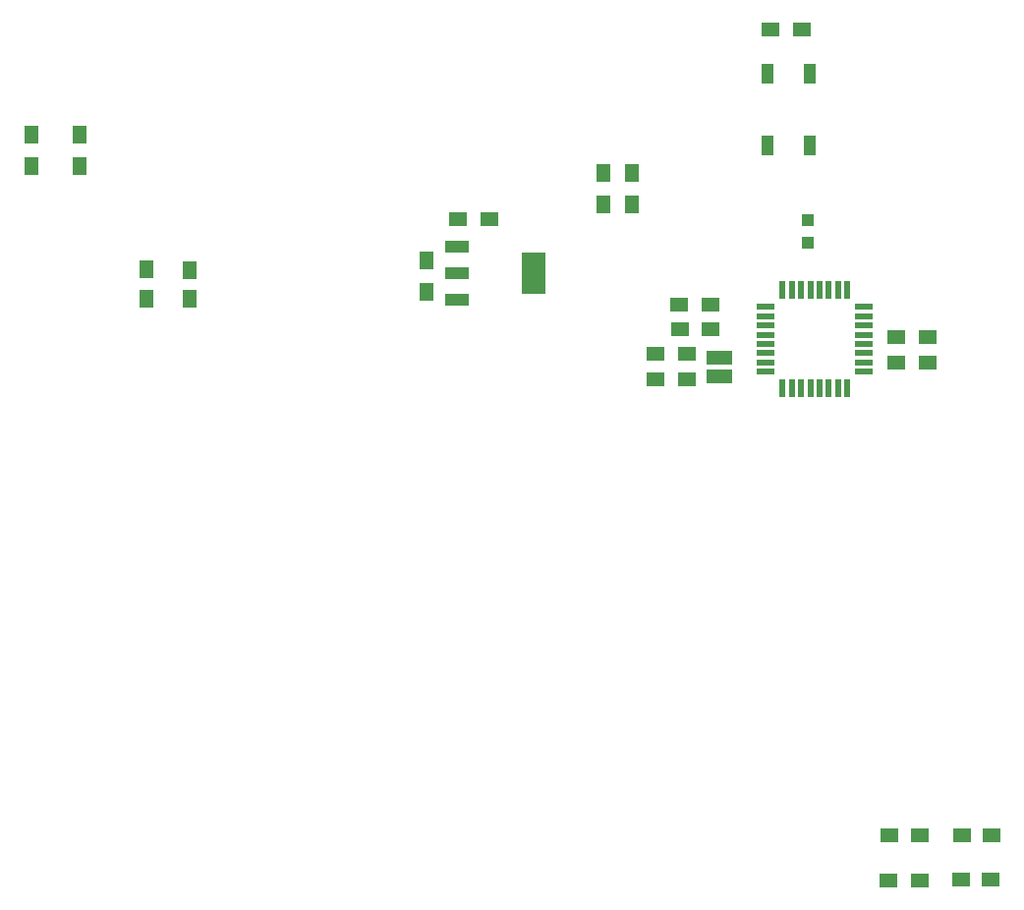
<source format=gbr>
G04 #@! TF.FileFunction,Paste,Top*
%FSLAX46Y46*%
G04 Gerber Fmt 4.6, Leading zero omitted, Abs format (unit mm)*
G04 Created by KiCad (PCBNEW 4.0.6) date 10/03/17 06:58:34*
%MOMM*%
%LPD*%
G01*
G04 APERTURE LIST*
%ADD10C,0.100000*%
%ADD11R,2.032000X3.657600*%
%ADD12R,2.032000X1.016000*%
%ADD13R,1.250000X1.500000*%
%ADD14R,1.300000X1.500000*%
%ADD15R,1.600000X0.550000*%
%ADD16R,0.550000X1.600000*%
%ADD17R,1.500000X1.300000*%
%ADD18R,2.300000X1.200000*%
%ADD19R,1.000000X1.000000*%
%ADD20R,1.100000X1.800000*%
%ADD21R,1.500000X1.250000*%
G04 APERTURE END LIST*
D10*
D11*
X127632000Y-54260000D03*
D12*
X121028000Y-54260000D03*
X121028000Y-56546000D03*
X121028000Y-51974000D03*
D13*
X98000000Y-53940000D03*
X98000000Y-56440000D03*
X94220000Y-53920000D03*
X94220000Y-56420000D03*
D14*
X84380000Y-42290000D03*
X84380000Y-44990000D03*
X88450000Y-45000000D03*
X88450000Y-42300000D03*
D15*
X147590000Y-57120000D03*
X147590000Y-57920000D03*
X147590000Y-58720000D03*
X147590000Y-59520000D03*
X147590000Y-60320000D03*
X147590000Y-61120000D03*
X147590000Y-61920000D03*
X147590000Y-62720000D03*
D16*
X149040000Y-64170000D03*
X149840000Y-64170000D03*
X150640000Y-64170000D03*
X151440000Y-64170000D03*
X152240000Y-64170000D03*
X153040000Y-64170000D03*
X153840000Y-64170000D03*
X154640000Y-64170000D03*
D15*
X156090000Y-62720000D03*
X156090000Y-61920000D03*
X156090000Y-61120000D03*
X156090000Y-60320000D03*
X156090000Y-59520000D03*
X156090000Y-58720000D03*
X156090000Y-57920000D03*
X156090000Y-57120000D03*
D16*
X154640000Y-55670000D03*
X153840000Y-55670000D03*
X153040000Y-55670000D03*
X152240000Y-55670000D03*
X151440000Y-55670000D03*
X150640000Y-55670000D03*
X149840000Y-55670000D03*
X149040000Y-55670000D03*
D14*
X118380000Y-55810000D03*
X118380000Y-53110000D03*
D17*
X123800000Y-49560000D03*
X121100000Y-49560000D03*
X158140000Y-106570000D03*
X160840000Y-106570000D03*
X160910000Y-102680000D03*
X158210000Y-102680000D03*
X158860000Y-61940000D03*
X161560000Y-61940000D03*
X142880000Y-59010000D03*
X140180000Y-59010000D03*
X142860000Y-56900000D03*
X140160000Y-56900000D03*
X140770000Y-61180000D03*
X138070000Y-61180000D03*
X140770000Y-63360000D03*
X138070000Y-63360000D03*
D14*
X133610000Y-45560000D03*
X133610000Y-48260000D03*
X136080000Y-48300000D03*
X136080000Y-45600000D03*
D18*
X143620000Y-61490000D03*
X143620000Y-63090000D03*
D19*
X151200000Y-49620000D03*
X151200000Y-51620000D03*
D20*
X147730000Y-37020000D03*
X147730000Y-43220000D03*
X151430000Y-43220000D03*
X151430000Y-37020000D03*
D21*
X167020000Y-102640000D03*
X164520000Y-102640000D03*
X166950000Y-106490000D03*
X164450000Y-106490000D03*
D17*
X150740000Y-33190000D03*
X148040000Y-33190000D03*
X161580000Y-59740000D03*
X158880000Y-59740000D03*
M02*

</source>
